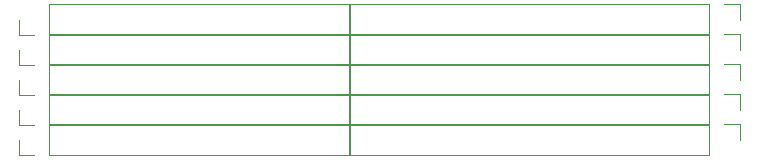
<source format=gbr>
G04 #@! TF.GenerationSoftware,KiCad,Pcbnew,5.1.5-52549c5~86~ubuntu18.04.1*
G04 #@! TF.CreationDate,2020-08-06T00:47:32-05:00*
G04 #@! TF.ProjectId,RAK_LORA_ADAPTABLE_NODE_BREAKOUT_2AA,52414b5f-4c4f-4524-915f-414441505441,rev?*
G04 #@! TF.SameCoordinates,Original*
G04 #@! TF.FileFunction,Legend,Top*
G04 #@! TF.FilePolarity,Positive*
%FSLAX46Y46*%
G04 Gerber Fmt 4.6, Leading zero omitted, Abs format (unit mm)*
G04 Created by KiCad (PCBNEW 5.1.5-52549c5~86~ubuntu18.04.1) date 2020-08-06 00:47:32*
%MOMM*%
%LPD*%
G04 APERTURE LIST*
%ADD10C,0.120000*%
G04 APERTURE END LIST*
D10*
X100170000Y-102830000D02*
X100170000Y-101500000D01*
X101500000Y-102830000D02*
X100170000Y-102830000D01*
X102770000Y-102830000D02*
X102770000Y-100170000D01*
X102770000Y-100170000D02*
X128230000Y-100170000D01*
X102770000Y-102830000D02*
X128230000Y-102830000D01*
X128230000Y-102830000D02*
X128230000Y-100170000D01*
X100170000Y-105370000D02*
X100170000Y-104040000D01*
X101500000Y-105370000D02*
X100170000Y-105370000D01*
X102770000Y-105370000D02*
X102770000Y-102710000D01*
X102770000Y-102710000D02*
X128230000Y-102710000D01*
X102770000Y-105370000D02*
X128230000Y-105370000D01*
X128230000Y-105370000D02*
X128230000Y-102710000D01*
X100170000Y-107910000D02*
X100170000Y-106580000D01*
X101500000Y-107910000D02*
X100170000Y-107910000D01*
X102770000Y-107910000D02*
X102770000Y-105250000D01*
X102770000Y-105250000D02*
X128230000Y-105250000D01*
X102770000Y-107910000D02*
X128230000Y-107910000D01*
X128230000Y-107910000D02*
X128230000Y-105250000D01*
X100170000Y-110450000D02*
X100170000Y-109120000D01*
X101500000Y-110450000D02*
X100170000Y-110450000D01*
X102770000Y-110450000D02*
X102770000Y-107790000D01*
X102770000Y-107790000D02*
X128230000Y-107790000D01*
X102770000Y-110450000D02*
X128230000Y-110450000D01*
X128230000Y-110450000D02*
X128230000Y-107790000D01*
X100170000Y-112990000D02*
X100170000Y-111660000D01*
X101500000Y-112990000D02*
X100170000Y-112990000D01*
X102770000Y-112990000D02*
X102770000Y-110330000D01*
X102770000Y-110330000D02*
X128230000Y-110330000D01*
X102770000Y-112990000D02*
X128230000Y-112990000D01*
X128230000Y-112990000D02*
X128230000Y-110330000D01*
X161250000Y-110330000D02*
X161250000Y-111660000D01*
X159920000Y-110330000D02*
X161250000Y-110330000D01*
X158650000Y-110330000D02*
X158650000Y-112990000D01*
X158650000Y-112990000D02*
X128110000Y-112990000D01*
X158650000Y-110330000D02*
X128110000Y-110330000D01*
X128110000Y-110330000D02*
X128110000Y-112990000D01*
X161250000Y-107790000D02*
X161250000Y-109120000D01*
X159920000Y-107790000D02*
X161250000Y-107790000D01*
X158650000Y-107790000D02*
X158650000Y-110450000D01*
X158650000Y-110450000D02*
X128110000Y-110450000D01*
X158650000Y-107790000D02*
X128110000Y-107790000D01*
X128110000Y-107790000D02*
X128110000Y-110450000D01*
X161250000Y-105250000D02*
X161250000Y-106580000D01*
X159920000Y-105250000D02*
X161250000Y-105250000D01*
X158650000Y-105250000D02*
X158650000Y-107910000D01*
X158650000Y-107910000D02*
X128110000Y-107910000D01*
X158650000Y-105250000D02*
X128110000Y-105250000D01*
X128110000Y-105250000D02*
X128110000Y-107910000D01*
X161250000Y-102710000D02*
X161250000Y-104040000D01*
X159920000Y-102710000D02*
X161250000Y-102710000D01*
X158650000Y-102710000D02*
X158650000Y-105370000D01*
X158650000Y-105370000D02*
X128110000Y-105370000D01*
X158650000Y-102710000D02*
X128110000Y-102710000D01*
X128110000Y-102710000D02*
X128110000Y-105370000D01*
X161250000Y-100170000D02*
X161250000Y-101500000D01*
X159920000Y-100170000D02*
X161250000Y-100170000D01*
X158650000Y-100170000D02*
X158650000Y-102830000D01*
X158650000Y-102830000D02*
X128110000Y-102830000D01*
X158650000Y-100170000D02*
X128110000Y-100170000D01*
X128110000Y-100170000D02*
X128110000Y-102830000D01*
M02*

</source>
